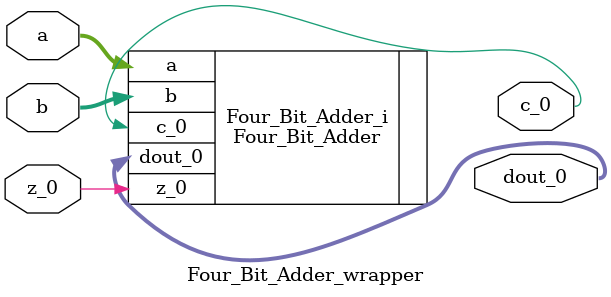
<source format=v>
`timescale 1 ps / 1 ps

module Four_Bit_Adder_wrapper
   (a,
    b,
    c_0,
    dout_0,
    z_0);
  input [3:0]a;
  input [3:0]b;
  output c_0;
  output [3:0]dout_0;
  input z_0;

  wire [3:0]a;
  wire [3:0]b;
  wire c_0;
  wire [3:0]dout_0;
  wire z_0;

  Four_Bit_Adder Four_Bit_Adder_i
       (.a(a),
        .b(b),
        .c_0(c_0),
        .dout_0(dout_0),
        .z_0(z_0));
endmodule

</source>
